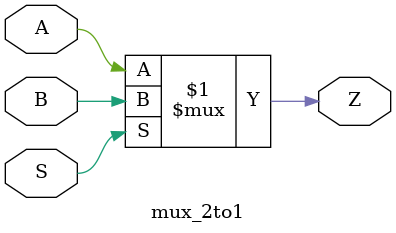
<source format=v>
`timescale 1ns/1ns
module mux_2to1(Z, A, B, S);

input A, B, S;
output Z;


// S: 0 => output: A
// S: 1 => output: B
assign Z = S ?  B : A;

endmodule
</source>
